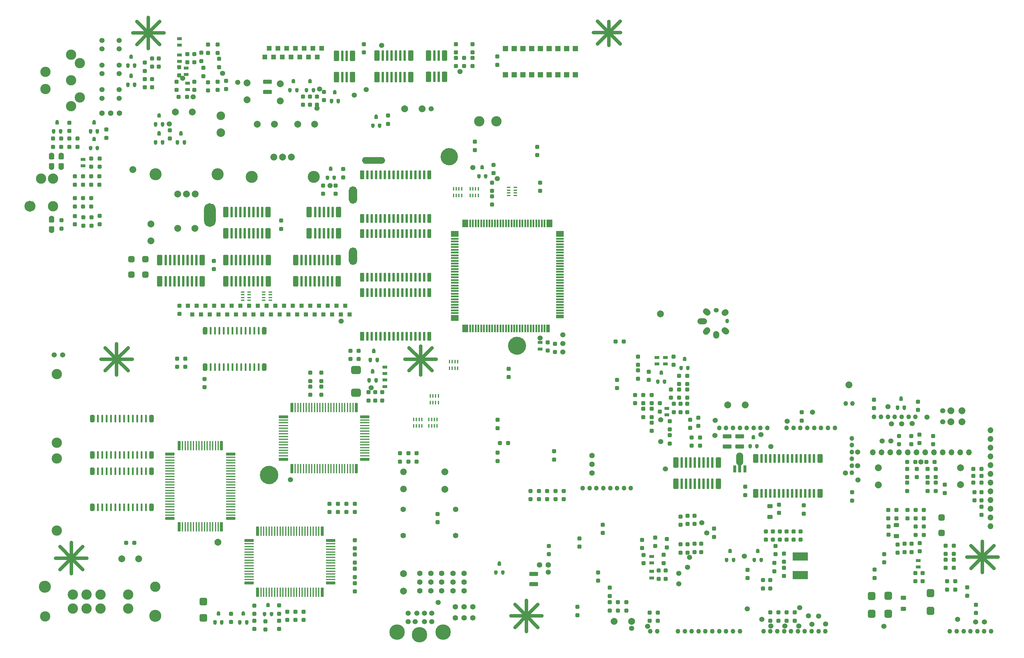
<source format=gbs>
G04 #@! TF.GenerationSoftware,KiCad,Pcbnew,7.0.8*
G04 #@! TF.CreationDate,2023-10-29T14:46:32+01:00*
G04 #@! TF.ProjectId,PCE,5043452e-6b69-4636-9164-5f7063625858,rev?*
G04 #@! TF.SameCoordinates,Original*
G04 #@! TF.FileFunction,Soldermask,Bot*
G04 #@! TF.FilePolarity,Negative*
%FSLAX46Y46*%
G04 Gerber Fmt 4.6, Leading zero omitted, Abs format (unit mm)*
G04 Created by KiCad (PCBNEW 7.0.8) date 2023-10-29 14:46:32*
%MOMM*%
%LPD*%
G01*
G04 APERTURE LIST*
G04 Aperture macros list*
%AMRoundRect*
0 Rectangle with rounded corners*
0 $1 Rounding radius*
0 $2 $3 $4 $5 $6 $7 $8 $9 X,Y pos of 4 corners*
0 Add a 4 corners polygon primitive as box body*
4,1,4,$2,$3,$4,$5,$6,$7,$8,$9,$2,$3,0*
0 Add four circle primitives for the rounded corners*
1,1,$1+$1,$2,$3*
1,1,$1+$1,$4,$5*
1,1,$1+$1,$6,$7*
1,1,$1+$1,$8,$9*
0 Add four rect primitives between the rounded corners*
20,1,$1+$1,$2,$3,$4,$5,0*
20,1,$1+$1,$4,$5,$6,$7,0*
20,1,$1+$1,$6,$7,$8,$9,0*
20,1,$1+$1,$8,$9,$2,$3,0*%
G04 Aperture macros list end*
%ADD10C,2.525000*%
%ADD11C,0.150000*%
%ADD12C,1.000000*%
%ADD13C,1.700000*%
%ADD14C,2.675000*%
%ADD15C,1.750000*%
%ADD16C,1.250000*%
%ADD17C,2.650000*%
%ADD18C,1.620000*%
%ADD19O,1.350000X1.350000*%
%ADD20C,1.600000*%
%ADD21C,1.500000*%
%ADD22C,2.000000*%
%ADD23O,1.700000X1.700000*%
%ADD24C,3.000000*%
%ADD25C,4.500000*%
%ADD26RoundRect,0.070000X0.630000X0.630000X-0.630000X0.630000X-0.630000X-0.630000X0.630000X-0.630000X0*%
%ADD27C,2.500000*%
%ADD28C,3.500000*%
%ADD29R,1.600000X1.600000*%
%ADD30C,1.900000*%
%ADD31RoundRect,0.292682X-0.307318X0.307318X-0.307318X-0.307318X0.307318X-0.307318X0.307318X0.307318X0*%
%ADD32RoundRect,0.292682X0.307318X-0.307318X0.307318X0.307318X-0.307318X0.307318X-0.307318X-0.307318X0*%
%ADD33RoundRect,0.200000X0.300000X-0.300000X0.300000X0.300000X-0.300000X0.300000X-0.300000X-0.300000X0*%
%ADD34C,1.000000*%
%ADD35RoundRect,0.250000X0.250000X-0.250000X0.250000X0.250000X-0.250000X0.250000X-0.250000X-0.250000X0*%
%ADD36RoundRect,0.207500X-0.207500X-1.181875X0.207500X-1.181875X0.207500X1.181875X-0.207500X1.181875X0*%
%ADD37RoundRect,0.103750X-0.103750X-1.285625X0.103750X-1.285625X0.103750X1.285625X-0.103750X1.285625X0*%
%ADD38RoundRect,0.207500X-1.181875X0.207500X-1.181875X-0.207500X1.181875X-0.207500X1.181875X0.207500X0*%
%ADD39RoundRect,0.103750X-1.285625X0.103750X-1.285625X-0.103750X1.285625X-0.103750X1.285625X0.103750X0*%
%ADD40RoundRect,0.150000X0.600000X-1.350000X0.600000X1.350000X-0.600000X1.350000X-0.600000X-1.350000X0*%
%ADD41RoundRect,0.060000X0.240000X-1.440000X0.240000X1.440000X-0.240000X1.440000X-0.240000X-1.440000X0*%
%ADD42R,0.400000X1.100000*%
%ADD43R,1.100000X0.400000*%
%ADD44RoundRect,0.478260X-0.621740X0.671740X-0.621740X-0.671740X0.621740X-0.671740X0.621740X0.671740X0*%
%ADD45RoundRect,0.219512X0.480488X-0.230488X0.480488X0.230488X-0.480488X0.230488X-0.480488X-0.230488X0*%
%ADD46R,0.900000X2.000000*%
%ADD47R,0.900000X2.500000*%
%ADD48RoundRect,1.050000X0.000000X-0.825000X0.000000X0.825000X0.000000X0.825000X0.000000X-0.825000X0*%
%ADD49RoundRect,0.292682X0.307318X0.307318X-0.307318X0.307318X-0.307318X-0.307318X0.307318X-0.307318X0*%
%ADD50RoundRect,0.292682X-0.307318X-0.307318X0.307318X-0.307318X0.307318X0.307318X-0.307318X0.307318X0*%
%ADD51RoundRect,0.060000X0.240000X-1.190000X0.240000X1.190000X-0.240000X1.190000X-0.240000X-1.190000X0*%
%ADD52RoundRect,0.391304X0.508696X-0.508696X0.508696X0.508696X-0.508696X0.508696X-0.508696X-0.508696X0*%
%ADD53RoundRect,0.250000X-0.550000X0.325000X-0.550000X-0.325000X0.550000X-0.325000X0.550000X0.325000X0*%
%ADD54RoundRect,0.326087X-0.473913X0.423913X-0.473913X-0.423913X0.473913X-0.423913X0.473913X0.423913X0*%
%ADD55RoundRect,0.325000X-0.325000X-0.753750X0.325000X-0.753750X0.325000X0.753750X-0.325000X0.753750X0*%
%ADD56RoundRect,0.142500X-0.142500X-0.936250X0.142500X-0.936250X0.142500X0.936250X-0.142500X0.936250X0*%
%ADD57RoundRect,0.250000X1.050000X-0.325000X1.050000X0.325000X-1.050000X0.325000X-1.050000X-0.325000X0*%
%ADD58RoundRect,0.326087X0.473913X-0.423913X0.473913X0.423913X-0.473913X0.423913X-0.473913X-0.423913X0*%
%ADD59RoundRect,0.219512X-0.480488X0.230488X-0.480488X-0.230488X0.480488X-0.230488X0.480488X0.230488X0*%
%ADD60RoundRect,0.151000X-0.604000X1.099000X-0.604000X-1.099000X0.604000X-1.099000X0.604000X1.099000X0*%
%ADD61RoundRect,0.060000X-0.240000X1.190000X-0.240000X-1.190000X0.240000X-1.190000X0.240000X1.190000X0*%
%ADD62RoundRect,0.250000X-1.050000X0.325000X-1.050000X-0.325000X1.050000X-0.325000X1.050000X0.325000X0*%
%ADD63RoundRect,0.478260X-0.621740X0.621740X-0.621740X-0.621740X0.621740X-0.621740X0.621740X0.621740X0*%
%ADD64R,4.400000X2.400000*%
%ADD65R,2.300000X1.750000*%
%ADD66R,2.300000X0.500000*%
%ADD67R,1.750000X2.300000*%
%ADD68R,0.500000X2.300000*%
%ADD69R,2.300000X1.000000*%
%ADD70R,1.000000X2.300000*%
%ADD71RoundRect,0.062500X0.562500X0.562500X-0.562500X0.562500X-0.562500X-0.562500X0.562500X-0.562500X0*%
%ADD72RoundRect,0.207500X0.207500X1.181875X-0.207500X1.181875X-0.207500X-1.181875X0.207500X-1.181875X0*%
%ADD73RoundRect,0.103750X0.103750X1.285625X-0.103750X1.285625X-0.103750X-1.285625X0.103750X-1.285625X0*%
%ADD74RoundRect,0.150000X-0.600000X1.350000X-0.600000X-1.350000X0.600000X-1.350000X0.600000X1.350000X0*%
%ADD75RoundRect,0.060000X-0.240000X1.440000X-0.240000X-1.440000X0.240000X-1.440000X0.240000X1.440000X0*%
%ADD76RoundRect,0.499999X-0.900001X0.650001X-0.900001X-0.650001X0.900001X-0.650001X0.900001X0.650001X0*%
%ADD77RoundRect,0.391304X-0.508696X0.508696X-0.508696X-0.508696X0.508696X-0.508696X0.508696X0.508696X0*%
G04 APERTURE END LIST*
D10*
X192262500Y-82600000D02*
G75*
G03*
X192262500Y-82600000I-1262500J0D01*
G01*
D11*
X119800000Y-97800000D02*
X123050000Y-97800000D01*
X123050000Y-101350000D01*
X119800000Y-101350000D01*
X119800000Y-97800000D01*
G36*
X119800000Y-97800000D02*
G01*
X123050000Y-97800000D01*
X123050000Y-101350000D01*
X119800000Y-101350000D01*
X119800000Y-97800000D01*
G37*
D12*
X179350000Y-144900000D02*
X182675000Y-141575000D01*
X81175000Y-203975000D02*
X81175000Y-194925000D01*
D13*
X122275000Y-97800000D02*
G75*
G03*
X122275000Y-97800000I-850000J0D01*
G01*
D12*
X77850000Y-202775000D02*
X81175000Y-199450000D01*
X81175000Y-199450000D02*
X84500000Y-202775000D01*
X234075000Y-43150000D02*
X237400000Y-46475000D01*
X213425000Y-216275000D02*
X216750000Y-219600000D01*
X210100000Y-212950000D02*
X213425000Y-216275000D01*
X182675000Y-141575000D02*
X186000000Y-144900000D01*
D14*
X139987500Y-175250000D02*
G75*
G03*
X139987500Y-175250000I-1337500J0D01*
G01*
D12*
X91000000Y-144900000D02*
X94325000Y-141575000D01*
X103550000Y-51125000D02*
X103550000Y-42075000D01*
X237400000Y-50200000D02*
X237400000Y-43275000D01*
X84500000Y-196125000D02*
X81175000Y-199450000D01*
X91000000Y-138250000D02*
X94325000Y-141575000D01*
X94325000Y-146100000D02*
X94325000Y-137050000D01*
X186000000Y-138250000D02*
X182675000Y-141575000D01*
D15*
X271030261Y-128044738D02*
X271253805Y-127821194D01*
X263950000Y-130500000D02*
X265000000Y-130500000D01*
D12*
X341450000Y-199125000D02*
X350500000Y-199125000D01*
X210100000Y-219600000D02*
X213425000Y-216275000D01*
D16*
X163650000Y-110250000D02*
G75*
G03*
X163650000Y-110250000I-625000J0D01*
G01*
D12*
X103550000Y-46600000D02*
X106875000Y-49925000D01*
X167125000Y-83675000D02*
G75*
G03*
X167125000Y-83675000I-500000J0D01*
G01*
X94325000Y-141575000D02*
X97650000Y-144900000D01*
X171875000Y-83675000D02*
G75*
G03*
X171875000Y-83675000I-500000J0D01*
G01*
X89800000Y-141575000D02*
X98850000Y-141575000D01*
D15*
X271394738Y-133444739D02*
X271005261Y-133055262D01*
D12*
X208900000Y-216275000D02*
X217950000Y-216275000D01*
X342650000Y-195800000D02*
X345975000Y-199125000D01*
D16*
X268450000Y-127250000D02*
X268650000Y-127250000D01*
D15*
X265555261Y-133519738D02*
X265944738Y-133130261D01*
D16*
X163650000Y-95050000D02*
G75*
G03*
X163650000Y-95050000I-625000J0D01*
G01*
D12*
X97650000Y-138250000D02*
X94325000Y-141575000D01*
X240725000Y-43150000D02*
X237400000Y-46475000D01*
X179350000Y-138250000D02*
X182675000Y-141575000D01*
D15*
X268575000Y-134650000D02*
X268575000Y-134150000D01*
G36*
X166625000Y-82675000D02*
G01*
X171375000Y-82675000D01*
X171375000Y-84675000D01*
X166625000Y-84675000D01*
X166625000Y-82675000D01*
G37*
D12*
X349300000Y-195800000D02*
X345975000Y-199125000D01*
D16*
X163650000Y-92450000D02*
G75*
G03*
X163650000Y-92450000I-625000J0D01*
G01*
D15*
X265969738Y-127944739D02*
X265580261Y-127555262D01*
D12*
X99025000Y-46600000D02*
X108075000Y-46600000D01*
X271725000Y-130525000D02*
X271725000Y-130325000D01*
D17*
X212025000Y-137625000D02*
G75*
G03*
X212025000Y-137625000I-1325000J0D01*
G01*
D12*
X106875000Y-43275000D02*
X103550000Y-46600000D01*
X76650000Y-199450000D02*
X85700000Y-199450000D01*
X100225000Y-43275000D02*
X103550000Y-46600000D01*
X232875000Y-46475000D02*
X240750000Y-46475000D01*
G36*
X161775000Y-110250000D02*
G01*
X164275000Y-110250000D01*
X164275000Y-112850000D01*
X161775000Y-112850000D01*
X161775000Y-110250000D01*
G37*
X345975000Y-199125000D02*
X349300000Y-202450000D01*
X342650000Y-202450000D02*
X345975000Y-199125000D01*
G36*
X161775000Y-92450000D02*
G01*
X164275000Y-92450000D01*
X164275000Y-95050000D01*
X161775000Y-95050000D01*
X161775000Y-92450000D01*
G37*
X77850000Y-196125000D02*
X81175000Y-199450000D01*
X213425000Y-220800000D02*
X213425000Y-211750000D01*
D18*
X69954400Y-97002600D02*
G75*
G03*
X69954400Y-97002600I-810000J0D01*
G01*
D12*
X178150000Y-141575000D02*
X187200000Y-141575000D01*
X100225000Y-49925000D02*
X103550000Y-46600000D01*
X216750000Y-212950000D02*
X213425000Y-216275000D01*
D16*
X163650000Y-112850000D02*
G75*
G03*
X163650000Y-112850000I-625000J0D01*
G01*
D12*
X234075000Y-49800000D02*
X237400000Y-46475000D01*
X237400000Y-46475000D02*
X240725000Y-49800000D01*
X182675000Y-146100000D02*
X182675000Y-137775000D01*
D13*
X122275000Y-101350000D02*
G75*
G03*
X122275000Y-101350000I-850000J0D01*
G01*
D12*
X345975000Y-203650000D02*
X345975000Y-194600000D01*
D19*
X303050000Y-161575000D03*
X301050000Y-161575000D03*
X299050000Y-161575000D03*
X297050000Y-161575000D03*
X295050000Y-161575000D03*
X293050000Y-161575000D03*
X291050000Y-161575000D03*
X289050000Y-161575000D03*
D20*
X192785000Y-213591200D03*
X195325000Y-213591200D03*
X197865000Y-213591200D03*
D21*
X95100000Y-65600000D03*
X90100000Y-65600000D03*
X95100000Y-63100000D03*
X90100000Y-63100000D03*
D20*
X232460800Y-169545000D03*
X232460800Y-172085000D03*
X232460800Y-174625000D03*
D19*
X249450000Y-220700000D03*
X251450000Y-220700000D03*
D21*
X95100000Y-58425000D03*
X90100000Y-58425000D03*
X95100000Y-55925000D03*
X90100000Y-55925000D03*
D19*
X282325000Y-220700000D03*
X284325000Y-220700000D03*
X286325000Y-220700000D03*
X288325000Y-220700000D03*
X290325000Y-220700000D03*
X292325000Y-220700000D03*
X294325000Y-220700000D03*
X296325000Y-220700000D03*
X298325000Y-220700000D03*
X300325000Y-220700000D03*
D20*
X192850000Y-185275000D03*
X177610000Y-185275000D03*
X177610000Y-192895000D03*
X192850000Y-192895000D03*
X182425000Y-208965000D03*
X182425000Y-206425000D03*
X182425000Y-203885000D03*
D22*
X339625000Y-173100000D03*
X339625000Y-178075000D03*
X111375000Y-69575000D03*
X116350000Y-69575000D03*
D21*
X95100000Y-51225000D03*
X90100000Y-51225000D03*
X95100000Y-48725000D03*
X90100000Y-48725000D03*
D23*
X314080000Y-168650000D03*
X316620000Y-168650000D03*
X319160000Y-168650000D03*
X321700000Y-168650000D03*
X324240000Y-168650000D03*
X326780000Y-168650000D03*
X329320000Y-168650000D03*
X331860000Y-168650000D03*
X334400000Y-168650000D03*
X336940000Y-168650000D03*
X339480000Y-168650000D03*
X342020000Y-168650000D03*
D22*
X141875000Y-61400000D03*
X141875000Y-66375000D03*
D20*
X219750000Y-201425000D03*
X217210000Y-201425000D03*
D22*
X123800000Y-194850000D03*
D20*
X185630000Y-208965000D03*
X185630000Y-206425000D03*
X185630000Y-203885000D03*
D19*
X283450000Y-161575000D03*
X281450000Y-161575000D03*
X279450000Y-161575000D03*
X277450000Y-161575000D03*
X275450000Y-161575000D03*
X273450000Y-161575000D03*
X271450000Y-161575000D03*
X269450000Y-161575000D03*
D20*
X192055000Y-208975000D03*
X192055000Y-206435000D03*
X192055000Y-203895000D03*
D24*
X73627600Y-62875800D03*
X73627600Y-57875800D03*
X81127600Y-67875800D03*
X81127600Y-60375800D03*
X81127600Y-52875800D03*
X83627600Y-65375800D03*
X83627600Y-55375800D03*
D19*
X257450000Y-220700000D03*
X259450000Y-220700000D03*
X261450000Y-220700000D03*
X263450000Y-220700000D03*
X265450000Y-220700000D03*
X267450000Y-220700000D03*
X269450000Y-220700000D03*
X271450000Y-220700000D03*
X273450000Y-220700000D03*
X275450000Y-220700000D03*
D22*
X315675000Y-173150000D03*
X315675000Y-178125000D03*
D25*
X189225000Y-220950000D03*
X182375000Y-221700000D03*
X175825000Y-220950000D03*
D21*
X183775000Y-217950000D03*
X181125000Y-217950000D03*
X185875000Y-217950000D03*
X183775000Y-215450000D03*
X179075000Y-217950000D03*
X185875000Y-215450000D03*
X181575000Y-215450000D03*
X179075000Y-215450000D03*
D19*
X336475000Y-220700000D03*
X338475000Y-220700000D03*
X340475000Y-220700000D03*
X342475000Y-220700000D03*
X344475000Y-220700000D03*
X346475000Y-220700000D03*
X348475000Y-220700000D03*
D22*
X189705000Y-174300000D03*
X189705000Y-179380000D03*
X99025000Y-86325000D03*
D26*
X137380000Y-53575000D03*
X138650000Y-51035000D03*
X139920000Y-53575000D03*
X141190000Y-51035000D03*
X142460000Y-53575000D03*
X143730000Y-51035000D03*
X145000000Y-53575000D03*
X146270000Y-51035000D03*
X147540000Y-53575000D03*
X148810000Y-51035000D03*
X150080000Y-53575000D03*
X151350000Y-51035000D03*
X152620000Y-53575000D03*
X153890000Y-51035000D03*
D22*
X135225000Y-73150000D03*
X140200000Y-73150000D03*
X177695000Y-209050000D03*
X177695000Y-203970000D03*
D21*
X76175000Y-140250000D03*
X78675000Y-140250000D03*
D19*
X308000000Y-174550000D03*
X308000000Y-172550000D03*
X308000000Y-170550000D03*
X308000000Y-168550000D03*
X308000000Y-166550000D03*
X308000000Y-164550000D03*
D24*
X76975000Y-165850000D03*
X76975000Y-145850000D03*
D22*
X95786800Y-199675000D03*
X100761800Y-199675000D03*
D24*
X76975000Y-170425000D03*
X76975000Y-191425000D03*
D22*
X336750000Y-156525000D03*
X336750000Y-159775000D03*
X340000000Y-156525000D03*
X340000000Y-159775000D03*
D20*
X95165000Y-69925000D03*
X92625000Y-69925000D03*
X90085000Y-69925000D03*
D19*
X243775000Y-179025000D03*
X241775000Y-179025000D03*
X239775000Y-179025000D03*
X237775000Y-179025000D03*
X235775000Y-179025000D03*
X233775000Y-179025000D03*
X231775000Y-179025000D03*
X229775000Y-179025000D03*
D20*
X188825000Y-208955000D03*
X188825000Y-206415000D03*
X188825000Y-203875000D03*
D24*
X199725000Y-72325000D03*
X204700000Y-72325000D03*
D22*
X183125000Y-68700000D03*
X178045000Y-68700000D03*
D19*
X326475000Y-158325000D03*
X324475000Y-158325000D03*
X322475000Y-158325000D03*
X320475000Y-158325000D03*
X318475000Y-158325000D03*
X316475000Y-158325000D03*
X314475000Y-158325000D03*
D22*
X307175000Y-148975000D03*
D19*
X308200000Y-154425000D03*
X306200000Y-154425000D03*
D21*
X144875000Y-176650000D03*
D22*
X252400000Y-128375000D03*
X271920000Y-154825000D03*
X277000000Y-154825000D03*
X104300000Y-102150000D03*
X104300000Y-107125000D03*
D27*
X124600000Y-70650000D03*
X124600000Y-75625000D03*
D28*
X105580000Y-216265000D03*
D24*
X105580000Y-207795000D03*
X73560000Y-216395000D03*
D28*
X73440000Y-207795000D03*
D24*
X97660000Y-214085000D03*
X97660000Y-210085000D03*
X89610000Y-214085000D03*
X89610000Y-210085000D03*
X85610000Y-214085000D03*
X85610000Y-210085000D03*
X81610000Y-214085000D03*
X81610000Y-210085000D03*
D29*
X207375000Y-58770000D03*
X209915000Y-58770000D03*
X212455000Y-58770000D03*
X214995000Y-58770000D03*
X217535000Y-58770000D03*
X220075000Y-58770000D03*
X222615000Y-58770000D03*
X225155000Y-58770000D03*
X227695000Y-58770000D03*
X227695000Y-51150000D03*
X225155000Y-51150000D03*
X222615000Y-51150000D03*
X220075000Y-51150000D03*
X217535000Y-51150000D03*
X214995000Y-51150000D03*
X212455000Y-51150000D03*
X209915000Y-51150000D03*
X207375000Y-51150000D03*
D20*
X192772800Y-216791600D03*
X195312800Y-216791600D03*
X197852800Y-216791600D03*
D24*
X72344400Y-89002600D03*
X75844400Y-89002600D03*
X75844400Y-97002600D03*
D22*
X112110000Y-93475000D03*
D28*
X123650000Y-87725000D03*
D22*
X114650000Y-93475000D03*
D28*
X105650000Y-87725000D03*
D22*
X117190000Y-93475000D03*
D20*
X195305000Y-208975000D03*
X195305000Y-206435000D03*
X195305000Y-203895000D03*
D21*
X252425000Y-159175000D03*
D22*
X112100000Y-103475000D03*
X117075000Y-103475000D03*
D30*
X177700000Y-179350000D03*
X177700000Y-174350000D03*
D21*
X224050000Y-139450000D03*
X224050000Y-136950000D03*
X224050000Y-134450000D03*
D22*
X145140000Y-82725000D03*
D28*
X133600000Y-88475000D03*
D22*
X142600000Y-82725000D03*
D28*
X151600000Y-88475000D03*
D22*
X140060000Y-82725000D03*
D23*
X348300000Y-162185000D03*
X348300000Y-164725000D03*
X348300000Y-167265000D03*
X348300000Y-169805000D03*
X348300000Y-172345000D03*
X348300000Y-174885000D03*
X348300000Y-177425000D03*
X348300000Y-179965000D03*
X348300000Y-182505000D03*
X348300000Y-185045000D03*
X348300000Y-187585000D03*
X348300000Y-190125000D03*
D22*
X146925000Y-73150000D03*
X151900000Y-73150000D03*
D21*
X252500000Y-165550000D03*
D22*
X132200000Y-61100000D03*
X132200000Y-66075000D03*
X238920000Y-217875000D03*
X244000000Y-217875000D03*
D31*
X152525000Y-65075000D03*
X152525000Y-67475000D03*
X217075000Y-179912500D03*
X217075000Y-182312500D03*
D32*
X161075000Y-186025000D03*
X161075000Y-183625000D03*
D31*
X330050000Y-177475000D03*
X330050000Y-179875000D03*
D33*
X131150000Y-215650000D03*
D34*
X131150000Y-215350000D03*
X132150000Y-218350000D03*
D35*
X132150000Y-218050000D03*
D34*
X130150000Y-218350000D03*
D35*
X130150000Y-218050000D03*
D32*
X242500000Y-214675000D03*
X242500000Y-212275000D03*
X216600000Y-82150000D03*
X216600000Y-79750000D03*
D36*
X135320000Y-191599000D03*
D37*
X136260000Y-191599000D03*
X137060000Y-191599000D03*
X137860000Y-191599000D03*
X138660000Y-191599000D03*
X139460000Y-191599000D03*
X140260000Y-191599000D03*
X141060000Y-191599000D03*
X141860000Y-191599000D03*
X142660000Y-191599000D03*
X143460000Y-191599000D03*
X144260000Y-191599000D03*
X145060000Y-191599000D03*
X145860000Y-191599000D03*
X146660000Y-191599000D03*
X147460000Y-191599000D03*
X148260000Y-191599000D03*
X149060000Y-191599000D03*
X149860000Y-191599000D03*
X150660000Y-191599000D03*
X151460000Y-191599000D03*
X152260000Y-191599000D03*
X153060000Y-191599000D03*
D36*
X154040000Y-191599000D03*
D38*
X156496800Y-194315000D03*
D39*
X156496800Y-195255000D03*
X156496800Y-196055000D03*
X156496800Y-196855000D03*
X156496800Y-197655000D03*
X156496800Y-198455000D03*
X156496800Y-199255000D03*
X156496800Y-200055000D03*
X156496800Y-200855000D03*
X156496800Y-201655000D03*
X156496800Y-202455000D03*
X156496800Y-203255000D03*
X156496800Y-204055000D03*
X156496800Y-204855000D03*
X156496800Y-205655000D03*
D38*
X156496800Y-206655000D03*
D36*
X154040000Y-209360200D03*
D37*
X153060000Y-209360200D03*
X152260000Y-209360200D03*
X151460000Y-209360200D03*
X150660000Y-209360200D03*
X149860000Y-209360200D03*
X149060000Y-209360200D03*
X148260000Y-209360200D03*
X147460000Y-209360200D03*
X146660000Y-209360200D03*
X145860000Y-209360200D03*
X145060000Y-209360200D03*
X144260000Y-209360200D03*
X143460000Y-209360200D03*
X142660000Y-209360200D03*
X141860000Y-209360200D03*
X141060000Y-209360200D03*
X140260000Y-209360200D03*
X139460000Y-209360200D03*
X138660000Y-209360200D03*
X137860000Y-209360200D03*
X137060000Y-209360200D03*
X136260000Y-209360200D03*
D36*
X135320000Y-209360200D03*
D38*
X132868400Y-206655000D03*
D39*
X132868400Y-205655000D03*
X132868400Y-204855000D03*
X132868400Y-204055000D03*
X132868400Y-203255000D03*
X132868400Y-202455000D03*
X132868400Y-201655000D03*
X132868400Y-200855000D03*
X132868400Y-200055000D03*
X132868400Y-199255000D03*
X132868400Y-198455000D03*
X132868400Y-197655000D03*
X132868400Y-196855000D03*
X132868400Y-196055000D03*
X132868400Y-195255000D03*
D38*
X132868400Y-194315000D03*
D21*
X166825000Y-63075000D03*
D40*
X158805000Y-104875000D03*
D41*
X157090000Y-104875000D03*
X155820000Y-104875000D03*
X154550000Y-104875000D03*
X153280000Y-104875000D03*
X152010000Y-104875000D03*
D40*
X150295000Y-104875000D03*
X150295000Y-98675000D03*
D41*
X152010000Y-98675000D03*
X153280000Y-98675000D03*
X154550000Y-98675000D03*
X155820000Y-98675000D03*
X157090000Y-98675000D03*
D40*
X158805000Y-98675000D03*
D33*
X322275000Y-153125000D03*
D34*
X322275000Y-152825000D03*
X323275000Y-155825000D03*
D35*
X323275000Y-155525000D03*
D34*
X321275000Y-155825000D03*
D35*
X321275000Y-155525000D03*
D31*
X249825000Y-159975000D03*
X249825000Y-162375000D03*
X326550000Y-190275000D03*
X326550000Y-192675000D03*
D21*
X185725000Y-68700000D03*
D31*
X192925000Y-53850000D03*
X192925000Y-56250000D03*
X134375000Y-217650000D03*
X134375000Y-220050000D03*
X167550000Y-151150000D03*
X167550000Y-153550000D03*
D32*
X262250000Y-189500000D03*
X262250000Y-187100000D03*
D42*
X193475000Y-144175000D03*
X192675000Y-144175000D03*
X191875000Y-144175000D03*
X191075000Y-144175000D03*
X191075000Y-142275000D03*
X191875000Y-142275000D03*
X192675000Y-142275000D03*
X193475000Y-142275000D03*
D43*
X137075000Y-124375000D03*
X137075000Y-123575000D03*
X137075000Y-122775000D03*
X137075000Y-121975000D03*
X138975000Y-121975000D03*
X138975000Y-122775000D03*
X138975000Y-123575000D03*
X138975000Y-124375000D03*
D31*
X332425000Y-173475000D03*
X332425000Y-175875000D03*
D40*
X189675000Y-59375000D03*
D41*
X187960000Y-59375000D03*
X186690000Y-59375000D03*
D40*
X184975000Y-59375000D03*
X184975000Y-53175000D03*
D41*
X186690000Y-53175000D03*
X187960000Y-53175000D03*
D40*
X189675000Y-53175000D03*
D31*
X163575000Y-198375000D03*
X163575000Y-200775000D03*
X171500000Y-151150000D03*
X171500000Y-153550000D03*
D21*
X322475000Y-160375000D03*
D44*
X313750000Y-210450000D03*
X313750000Y-215650000D03*
D45*
X84575000Y-85275000D03*
X84575000Y-83375000D03*
D31*
X127550000Y-215650000D03*
X127550000Y-218050000D03*
X326500000Y-203800000D03*
X326500000Y-206200000D03*
X321700000Y-163900000D03*
X321700000Y-166300000D03*
D32*
X89400000Y-102250000D03*
X89400000Y-99850000D03*
X325300000Y-166300000D03*
X325300000Y-163900000D03*
D36*
X145295000Y-155599000D03*
D37*
X146235000Y-155599000D03*
X147035000Y-155599000D03*
X147835000Y-155599000D03*
X148635000Y-155599000D03*
X149435000Y-155599000D03*
X150235000Y-155599000D03*
X151035000Y-155599000D03*
X151835000Y-155599000D03*
X152635000Y-155599000D03*
X153435000Y-155599000D03*
X154235000Y-155599000D03*
X155035000Y-155599000D03*
X155835000Y-155599000D03*
X156635000Y-155599000D03*
X157435000Y-155599000D03*
X158235000Y-155599000D03*
X159035000Y-155599000D03*
X159835000Y-155599000D03*
X160635000Y-155599000D03*
X161435000Y-155599000D03*
X162235000Y-155599000D03*
X163035000Y-155599000D03*
D36*
X164015000Y-155599000D03*
D38*
X166471800Y-158315000D03*
D39*
X166471800Y-159255000D03*
X166471800Y-160055000D03*
X166471800Y-160855000D03*
X166471800Y-161655000D03*
X166471800Y-162455000D03*
X166471800Y-163255000D03*
X166471800Y-164055000D03*
X166471800Y-164855000D03*
X166471800Y-165655000D03*
X166471800Y-166455000D03*
X166471800Y-167255000D03*
X166471800Y-168055000D03*
X166471800Y-168855000D03*
X166471800Y-169655000D03*
D38*
X166471800Y-170655000D03*
D36*
X164015000Y-173360200D03*
D37*
X163035000Y-173360200D03*
X162235000Y-173360200D03*
X161435000Y-173360200D03*
X160635000Y-173360200D03*
X159835000Y-173360200D03*
X159035000Y-173360200D03*
X158235000Y-173360200D03*
X157435000Y-173360200D03*
X156635000Y-173360200D03*
X155835000Y-173360200D03*
X155035000Y-173360200D03*
X154235000Y-173360200D03*
X153435000Y-173360200D03*
X152635000Y-173360200D03*
X151835000Y-173360200D03*
X151035000Y-173360200D03*
X150235000Y-173360200D03*
X149435000Y-173360200D03*
X148635000Y-173360200D03*
X147835000Y-173360200D03*
X147035000Y-173360200D03*
X146235000Y-173360200D03*
D36*
X145295000Y-173360200D03*
D38*
X142843400Y-170655000D03*
D39*
X142843400Y-169655000D03*
X142843400Y-168855000D03*
X142843400Y-168055000D03*
X142843400Y-167255000D03*
X142843400Y-166455000D03*
X142843400Y-165655000D03*
X142843400Y-164855000D03*
X142843400Y-164055000D03*
X142843400Y-163255000D03*
X142843400Y-162455000D03*
X142843400Y-161655000D03*
X142843400Y-160855000D03*
X142843400Y-160055000D03*
X142843400Y-159255000D03*
D38*
X142843400Y-158315000D03*
D32*
X260250000Y-189500000D03*
X260250000Y-187100000D03*
D31*
X102550000Y-60000000D03*
X102550000Y-62400000D03*
D21*
X113550000Y-59800000D03*
D33*
X145700000Y-60725000D03*
D34*
X145700000Y-60425000D03*
X146700000Y-63425000D03*
D35*
X146700000Y-63125000D03*
D34*
X144700000Y-63425000D03*
D35*
X144700000Y-63125000D03*
D46*
X276925000Y-173450000D03*
D47*
X275425000Y-173200000D03*
D48*
X275425000Y-170575000D03*
D46*
X273925000Y-173450000D03*
D32*
X294025000Y-186475000D03*
X294025000Y-184075000D03*
D31*
X287070800Y-191662200D03*
X287070800Y-194062200D03*
D32*
X337675000Y-202287500D03*
X337675000Y-199887500D03*
D31*
X335725000Y-206175000D03*
X335725000Y-208575000D03*
D49*
X241750000Y-136425000D03*
X239350000Y-136425000D03*
D32*
X221900000Y-182312500D03*
X221900000Y-179912500D03*
X118900000Y-54750000D03*
X118900000Y-52350000D03*
D31*
X197750000Y-49850000D03*
X197750000Y-52250000D03*
D32*
X237625000Y-210450000D03*
X237625000Y-208050000D03*
D33*
X259375000Y-141575000D03*
D34*
X259375000Y-141275000D03*
X260375000Y-144275000D03*
D35*
X260375000Y-143975000D03*
D34*
X258375000Y-144275000D03*
D35*
X258375000Y-143975000D03*
D32*
X78200000Y-79725000D03*
X78200000Y-77325000D03*
D49*
X345675000Y-173475000D03*
X343275000Y-173475000D03*
D50*
X324075000Y-171475000D03*
X326475000Y-171475000D03*
D21*
X109625000Y-73075000D03*
D31*
X261450000Y-164300000D03*
X261450000Y-166700000D03*
D32*
X89350000Y-90725000D03*
X89350000Y-88325000D03*
X142175000Y-103600000D03*
X142175000Y-101200000D03*
X251875000Y-205450000D03*
X251875000Y-203050000D03*
D33*
X87750000Y-77575000D03*
D34*
X87750000Y-77275000D03*
X88750000Y-80275000D03*
D35*
X88750000Y-79975000D03*
D34*
X86750000Y-80275000D03*
D35*
X86750000Y-79975000D03*
D21*
X277622000Y-214223600D03*
D32*
X235650000Y-192100000D03*
X235650000Y-189700000D03*
D21*
X197850000Y-85800000D03*
D31*
X326875000Y-173475000D03*
X326875000Y-175875000D03*
D32*
X89375000Y-85525000D03*
X89375000Y-83125000D03*
X318675000Y-192650000D03*
X318675000Y-190250000D03*
D21*
X264400000Y-189100000D03*
D32*
X146325000Y-217425000D03*
X146325000Y-215025000D03*
D21*
X319475000Y-160375000D03*
D32*
X288264600Y-200482200D03*
X288264600Y-198082200D03*
D42*
X194625000Y-93875000D03*
X193825000Y-93875000D03*
X193025000Y-93875000D03*
X192225000Y-93875000D03*
X192225000Y-91975000D03*
X193025000Y-91975000D03*
X193825000Y-91975000D03*
X194625000Y-91975000D03*
D32*
X249825000Y-154375000D03*
X249825000Y-151975000D03*
X86975000Y-90725000D03*
X86975000Y-88325000D03*
D51*
X184950000Y-100550000D03*
X185425000Y-100550000D03*
X183680000Y-100550000D03*
X182410000Y-100550000D03*
X181140000Y-100550000D03*
X179870000Y-100550000D03*
X178600000Y-100550000D03*
X177330000Y-100550000D03*
X176060000Y-100550000D03*
X174790000Y-100550000D03*
X173520000Y-100550000D03*
X172250000Y-100550000D03*
X170980000Y-100550000D03*
X169710000Y-100550000D03*
X168440000Y-100550000D03*
X167170000Y-100550000D03*
X165425000Y-100550000D03*
X165900000Y-100550000D03*
X165425000Y-87850000D03*
X165900000Y-87850000D03*
X167170000Y-87850000D03*
X168440000Y-87850000D03*
X169710000Y-87850000D03*
X170980000Y-87850000D03*
X172250000Y-87850000D03*
X173520000Y-87850000D03*
X174790000Y-87850000D03*
X176060000Y-87850000D03*
X177330000Y-87850000D03*
X178600000Y-87850000D03*
X179870000Y-87850000D03*
X181140000Y-87850000D03*
X182410000Y-87850000D03*
X183680000Y-87850000D03*
X184950000Y-87850000D03*
X185425000Y-87850000D03*
D32*
X286689800Y-217658800D03*
X286689800Y-215258800D03*
X234275000Y-206000000D03*
X234275000Y-203600000D03*
X255425000Y-152775000D03*
X255425000Y-150375000D03*
D31*
X120925000Y-60950000D03*
X120925000Y-63350000D03*
X330050000Y-173475000D03*
X330050000Y-175875000D03*
D21*
X346550000Y-217975000D03*
D32*
X150525000Y-67475000D03*
X150525000Y-65075000D03*
D31*
X256275000Y-154550000D03*
X256275000Y-156950000D03*
D44*
X330900000Y-209625000D03*
X330900000Y-214825000D03*
D32*
X84625000Y-102675000D03*
X84625000Y-100275000D03*
D31*
X344100000Y-213000000D03*
X344100000Y-215400000D03*
D21*
X171350000Y-50175000D03*
D31*
X163575000Y-202550000D03*
X163575000Y-204950000D03*
D21*
X325525000Y-160300000D03*
D52*
X98600000Y-116925000D03*
X98600000Y-112425000D03*
D21*
X338725000Y-217225000D03*
D32*
X289052000Y-217658800D03*
X289052000Y-215258800D03*
D31*
X169525000Y-151150000D03*
X169525000Y-153550000D03*
D53*
X322950000Y-211000000D03*
X322950000Y-214200000D03*
D21*
X219750000Y-203500000D03*
D32*
X228850000Y-196075000D03*
X228850000Y-193675000D03*
D31*
X237625000Y-212275000D03*
X237625000Y-214675000D03*
D32*
X317375000Y-200675000D03*
X317375000Y-198275000D03*
D20*
X78206600Y-82197000D03*
D54*
X78206600Y-82647000D03*
X78206600Y-85247000D03*
D20*
X78206600Y-85697000D03*
D31*
X176700000Y-168929200D03*
X176700000Y-171329200D03*
D51*
X184950000Y-117675000D03*
X185425000Y-117675000D03*
X183680000Y-117675000D03*
X182410000Y-117675000D03*
X181140000Y-117675000D03*
X179870000Y-117675000D03*
X178600000Y-117675000D03*
X177330000Y-117675000D03*
X176060000Y-117675000D03*
X174790000Y-117675000D03*
X173520000Y-117675000D03*
X172250000Y-117675000D03*
X170980000Y-117675000D03*
X169710000Y-117675000D03*
X168440000Y-117675000D03*
X167170000Y-117675000D03*
X165425000Y-117675000D03*
X165900000Y-117675000D03*
X165425000Y-104975000D03*
X165900000Y-104975000D03*
X167170000Y-104975000D03*
X168440000Y-104975000D03*
X169710000Y-104975000D03*
X170980000Y-104975000D03*
X172250000Y-104975000D03*
X173520000Y-104975000D03*
X174790000Y-104975000D03*
X176060000Y-104975000D03*
X177330000Y-104975000D03*
X178600000Y-104975000D03*
X179870000Y-104975000D03*
X181140000Y-104975000D03*
X182410000Y-104975000D03*
X183680000Y-104975000D03*
X184950000Y-104975000D03*
X185425000Y-104975000D03*
D31*
X328950000Y-185450000D03*
X328950000Y-187850000D03*
X285064200Y-191662200D03*
X285064200Y-194062200D03*
X260200000Y-146375000D03*
X260200000Y-148775000D03*
D55*
X87269600Y-174116800D03*
D56*
X88860000Y-174115550D03*
X90130000Y-174115550D03*
X91400000Y-174115550D03*
X92670000Y-174115550D03*
X93940000Y-174115550D03*
X95210000Y-174115550D03*
X96480000Y-174115550D03*
X97750000Y-174115550D03*
X99020000Y-174115550D03*
X100290000Y-174115550D03*
X101560000Y-174115550D03*
X102830000Y-174115550D03*
D55*
X104465400Y-174116800D03*
X104465400Y-184683200D03*
D56*
X102830000Y-184681950D03*
X101560000Y-184681950D03*
X100290000Y-184681950D03*
X99020000Y-184681950D03*
X97750000Y-184681950D03*
X96480000Y-184681950D03*
X95210000Y-184681950D03*
X93940000Y-184681950D03*
X92670000Y-184681950D03*
X91400000Y-184681950D03*
X90130000Y-184681950D03*
X88860000Y-184681950D03*
D55*
X87269600Y-184683200D03*
D33*
X168700000Y-145175000D03*
D34*
X168700000Y-144875000D03*
X169700000Y-147875000D03*
D35*
X169700000Y-147575000D03*
D34*
X167700000Y-147875000D03*
D35*
X167700000Y-147575000D03*
D31*
X214650000Y-179912500D03*
X214650000Y-182312500D03*
D50*
X112375000Y-65175000D03*
X114775000Y-65175000D03*
D32*
X205075000Y-171150000D03*
X205075000Y-168750000D03*
D43*
X210200000Y-91525000D03*
X210200000Y-92325000D03*
X210200000Y-93125000D03*
X210200000Y-93925000D03*
X208300000Y-93925000D03*
X208300000Y-93125000D03*
X208300000Y-92325000D03*
X208300000Y-91525000D03*
D21*
X156325000Y-90975000D03*
X187775000Y-212300000D03*
X217450000Y-135350000D03*
D33*
X106650000Y-75925000D03*
D34*
X106650000Y-75625000D03*
X107650000Y-78625000D03*
D35*
X107650000Y-78325000D03*
D34*
X105650000Y-78625000D03*
D35*
X105650000Y-78325000D03*
D32*
X82925000Y-79725000D03*
X82925000Y-77325000D03*
D21*
X306175000Y-174700000D03*
D31*
X264250000Y-195275000D03*
X264250000Y-197675000D03*
D21*
X276783800Y-198882000D03*
D33*
X98575000Y-53600000D03*
D34*
X98575000Y-53300000D03*
X99575000Y-56300000D03*
D35*
X99575000Y-56000000D03*
D34*
X97575000Y-56300000D03*
D35*
X97575000Y-56000000D03*
D32*
X253875000Y-205450000D03*
X253875000Y-203050000D03*
D31*
X258250000Y-195425000D03*
X258250000Y-197825000D03*
D21*
X268175000Y-163750000D03*
D32*
X153800000Y-147875000D03*
X153800000Y-145475000D03*
X221700000Y-139450000D03*
X221700000Y-137050000D03*
D50*
X343275000Y-175475000D03*
X345675000Y-175475000D03*
D33*
X150525000Y-60725000D03*
D34*
X150525000Y-60425000D03*
X151525000Y-63425000D03*
D35*
X151525000Y-63125000D03*
D34*
X149525000Y-63425000D03*
D35*
X149525000Y-63125000D03*
D21*
X129525000Y-60950000D03*
D32*
X208275000Y-146750000D03*
X208275000Y-144350000D03*
D21*
X260250000Y-202100000D03*
X343950000Y-217975000D03*
X309725000Y-168550000D03*
D52*
X102650000Y-116925000D03*
X102650000Y-112425000D03*
D32*
X87025000Y-102675000D03*
X87025000Y-100275000D03*
D43*
X130925000Y-124375000D03*
X130925000Y-123575000D03*
X130925000Y-122775000D03*
X130925000Y-121975000D03*
X132825000Y-121975000D03*
X132825000Y-122775000D03*
X132825000Y-123575000D03*
X132825000Y-124375000D03*
D32*
X328550000Y-206200000D03*
X328550000Y-203800000D03*
D31*
X335300000Y-199887500D03*
X335300000Y-202287500D03*
X120925000Y-49975000D03*
X120925000Y-52375000D03*
X153800000Y-149475000D03*
X153800000Y-151875000D03*
D40*
X179790000Y-59400000D03*
D41*
X178075000Y-59400000D03*
X176805000Y-59400000D03*
X175535000Y-59400000D03*
X174265000Y-59400000D03*
X172995000Y-59400000D03*
X171725000Y-59400000D03*
D40*
X170010000Y-59400000D03*
X170010000Y-53200000D03*
D41*
X171725000Y-53200000D03*
X172995000Y-53200000D03*
X174265000Y-53200000D03*
X175535000Y-53200000D03*
X176805000Y-53200000D03*
X178075000Y-53200000D03*
D40*
X179790000Y-53200000D03*
D32*
X341525000Y-210375000D03*
X341525000Y-207975000D03*
X256175000Y-143175000D03*
X256175000Y-140775000D03*
X163525000Y-186025000D03*
X163525000Y-183625000D03*
D57*
X275375000Y-166975000D03*
X275375000Y-164025000D03*
D20*
X75412600Y-104056600D03*
D58*
X75412600Y-103606600D03*
X75412600Y-101006600D03*
D20*
X75412600Y-100556600D03*
D31*
X124100000Y-54125000D03*
X124100000Y-56525000D03*
D21*
X159600000Y-130500000D03*
D33*
X156575000Y-86200000D03*
D34*
X156575000Y-85900000D03*
X157575000Y-88900000D03*
D35*
X157575000Y-88600000D03*
D34*
X155575000Y-88900000D03*
D35*
X155575000Y-88600000D03*
D31*
X293090600Y-191662200D03*
X293090600Y-194062200D03*
X314475000Y-153350000D03*
X314475000Y-155750000D03*
D21*
X244000000Y-219900000D03*
D32*
X327250000Y-156300000D03*
X327250000Y-153900000D03*
D31*
X104600000Y-53975000D03*
X104600000Y-56375000D03*
D45*
X327300000Y-202025000D03*
X327300000Y-200125000D03*
D59*
X254225000Y-155825000D03*
X254225000Y-157725000D03*
D55*
X120039600Y-133259850D03*
D56*
X121630000Y-133258600D03*
X122900000Y-133258600D03*
X124170000Y-133258600D03*
X125440000Y-133258600D03*
X126710000Y-133258600D03*
X127980000Y-133258600D03*
X129250000Y-133258600D03*
X130520000Y-133258600D03*
X131790000Y-133258600D03*
X133060000Y-133258600D03*
X134330000Y-133258600D03*
X135600000Y-133258600D03*
D55*
X137235400Y-133259850D03*
X137235400Y-143826250D03*
D56*
X135600000Y-143825000D03*
X134330000Y-143825000D03*
X133060000Y-143825000D03*
X131790000Y-143825000D03*
X130520000Y-143825000D03*
X129250000Y-143825000D03*
X127980000Y-143825000D03*
X126710000Y-143825000D03*
X125440000Y-143825000D03*
X124170000Y-143825000D03*
X122900000Y-143825000D03*
X121630000Y-143825000D03*
D55*
X120039600Y-143826250D03*
D21*
X309775000Y-176675000D03*
D32*
X141550000Y-215600000D03*
X141550000Y-213200000D03*
D40*
X138360000Y-104875000D03*
D41*
X136645000Y-104875000D03*
X135375000Y-104875000D03*
X134105000Y-104875000D03*
X132835000Y-104875000D03*
X131565000Y-104875000D03*
X130295000Y-104875000D03*
X129025000Y-104875000D03*
X127755000Y-104875000D03*
D40*
X126040000Y-104875000D03*
X126040000Y-98675000D03*
D41*
X127755000Y-98675000D03*
X129025000Y-98675000D03*
X130295000Y-98675000D03*
X131565000Y-98675000D03*
X132835000Y-98675000D03*
X134105000Y-98675000D03*
X135375000Y-98675000D03*
X136645000Y-98675000D03*
D40*
X138360000Y-98675000D03*
D31*
X114900000Y-52750000D03*
X114900000Y-55150000D03*
D32*
X82175000Y-90725000D03*
X82175000Y-88325000D03*
X143925000Y-217425000D03*
X143925000Y-215025000D03*
D51*
X184950000Y-134850000D03*
X185425000Y-134850000D03*
X183680000Y-134850000D03*
X182410000Y-134850000D03*
X181140000Y-134850000D03*
X179870000Y-134850000D03*
X178600000Y-134850000D03*
X177330000Y-134850000D03*
X176060000Y-134850000D03*
X174790000Y-134850000D03*
X173520000Y-134850000D03*
X172250000Y-134850000D03*
X170980000Y-134850000D03*
X169710000Y-134850000D03*
X168440000Y-134850000D03*
X167170000Y-134850000D03*
X165425000Y-134850000D03*
X165900000Y-134850000D03*
X165425000Y-122150000D03*
X165900000Y-122150000D03*
X167170000Y-122150000D03*
X168440000Y-122150000D03*
X169710000Y-122150000D03*
X170980000Y-122150000D03*
X172250000Y-122150000D03*
X173520000Y-122150000D03*
X174790000Y-122150000D03*
X176060000Y-122150000D03*
X177330000Y-122150000D03*
X178600000Y-122150000D03*
X179870000Y-122150000D03*
X181140000Y-122150000D03*
X182410000Y-122150000D03*
X183680000Y-122150000D03*
X184950000Y-122150000D03*
X185425000Y-122150000D03*
D32*
X249000000Y-147575000D03*
X249000000Y-145175000D03*
D31*
X109825000Y-74900000D03*
X109825000Y-77300000D03*
D32*
X156225000Y-186025000D03*
X156225000Y-183625000D03*
D31*
X261000000Y-159150000D03*
X261000000Y-161550000D03*
D32*
X166225000Y-52275000D03*
X166225000Y-49875000D03*
X154325000Y-93375000D03*
X154325000Y-90975000D03*
X179100000Y-171329200D03*
X179100000Y-168929200D03*
D45*
X114950000Y-63100000D03*
X114950000Y-61200000D03*
D31*
X114274600Y-141370200D03*
X114274600Y-143770200D03*
X284276800Y-205835400D03*
X284276800Y-208235400D03*
D53*
X284250000Y-184275000D03*
X284250000Y-187475000D03*
D21*
X153300000Y-62900000D03*
D31*
X228275000Y-213625000D03*
X228275000Y-216025000D03*
D32*
X255050000Y-161975000D03*
X255050000Y-159575000D03*
D31*
X123725000Y-60750000D03*
X123725000Y-63150000D03*
D55*
X87275577Y-158866800D03*
D56*
X88865977Y-158865550D03*
X90135977Y-158865550D03*
X91405977Y-158865550D03*
X92675977Y-158865550D03*
X93945977Y-158865550D03*
X95215977Y-158865550D03*
X96485977Y-158865550D03*
X97755977Y-158865550D03*
X99025977Y-158865550D03*
X100295977Y-158865550D03*
X101565977Y-158865550D03*
X102835977Y-158865550D03*
D55*
X104471377Y-158866800D03*
X104471377Y-169433200D03*
D56*
X102835977Y-169431950D03*
X101565977Y-169431950D03*
X100295977Y-169431950D03*
X99025977Y-169431950D03*
X97755977Y-169431950D03*
X96485977Y-169431950D03*
X95215977Y-169431950D03*
X93945977Y-169431950D03*
X92675977Y-169431950D03*
X91405977Y-169431950D03*
X90135977Y-169431950D03*
X88865977Y-169431950D03*
D55*
X87275577Y-169433200D03*
D20*
X75412600Y-82197000D03*
D54*
X75412600Y-82647000D03*
X75412600Y-85247000D03*
D20*
X75412600Y-85697000D03*
D33*
X279425000Y-164350000D03*
D34*
X279425000Y-164050000D03*
X280425000Y-167050000D03*
D35*
X280425000Y-166750000D03*
D34*
X278425000Y-167050000D03*
D35*
X278425000Y-166750000D03*
D21*
X296550000Y-156950000D03*
D31*
X240000000Y-212275000D03*
X240000000Y-214675000D03*
X195350000Y-53850000D03*
X195350000Y-56250000D03*
X78308200Y-101106600D03*
X78308200Y-103506600D03*
X343625000Y-180250000D03*
X343625000Y-182650000D03*
D60*
X280055000Y-170470000D03*
D61*
X281780000Y-170470000D03*
X283050000Y-170470000D03*
X284320000Y-170470000D03*
X285590000Y-170470000D03*
X286860000Y-170470000D03*
X288130000Y-170470000D03*
X289400000Y-170470000D03*
X290670000Y-170470000D03*
X291940000Y-170470000D03*
X293210000Y-170470000D03*
X294480000Y-170470000D03*
X295750000Y-170470000D03*
X297020000Y-170470000D03*
D60*
X298740000Y-170470000D03*
X298740000Y-180630000D03*
D61*
X297020000Y-180630000D03*
X295750000Y-180630000D03*
X294480000Y-180630000D03*
X293210000Y-180630000D03*
X291940000Y-180630000D03*
X290670000Y-180630000D03*
X289400000Y-180630000D03*
X288130000Y-180630000D03*
X286860000Y-180630000D03*
X285590000Y-180630000D03*
X284320000Y-180630000D03*
X283050000Y-180630000D03*
X281780000Y-180630000D03*
D60*
X280055000Y-180630000D03*
D31*
X345675000Y-180250000D03*
X345675000Y-182650000D03*
D32*
X285851600Y-198278600D03*
X285851600Y-195878600D03*
D33*
X169075000Y-139275000D03*
D34*
X169075000Y-138975000D03*
X170075000Y-141975000D03*
D35*
X170075000Y-141675000D03*
D34*
X168075000Y-141975000D03*
D35*
X168075000Y-141675000D03*
D31*
X257800000Y-146375000D03*
X257800000Y-148775000D03*
X345675000Y-184450000D03*
X345675000Y-186850000D03*
D32*
X245825000Y-143175000D03*
X245825000Y-140775000D03*
D33*
X157750000Y-63925000D03*
D34*
X157750000Y-63625000D03*
X158750000Y-66625000D03*
D35*
X158750000Y-66325000D03*
D34*
X156750000Y-66625000D03*
D35*
X156750000Y-66325000D03*
D33*
X123900000Y-215650000D03*
D34*
X123900000Y-215350000D03*
X124900000Y-218350000D03*
D35*
X124900000Y-218050000D03*
D34*
X122900000Y-218350000D03*
D35*
X122900000Y-218050000D03*
D31*
X173175000Y-70625000D03*
X173175000Y-73025000D03*
X247400000Y-151975000D03*
X247400000Y-154375000D03*
X318575000Y-185450000D03*
X318575000Y-187850000D03*
D32*
X249225000Y-217700000D03*
X249225000Y-215300000D03*
D40*
X119185000Y-118875000D03*
D41*
X117470000Y-118875000D03*
X116200000Y-118875000D03*
X114930000Y-118875000D03*
X113660000Y-118875000D03*
X112390000Y-118875000D03*
X111120000Y-118875000D03*
X109850000Y-118875000D03*
X108580000Y-118875000D03*
D40*
X106865000Y-118875000D03*
X106865000Y-112675000D03*
D41*
X108580000Y-112675000D03*
X109850000Y-112675000D03*
X111120000Y-112675000D03*
X112390000Y-112675000D03*
X113660000Y-112675000D03*
X114930000Y-112675000D03*
X116200000Y-112675000D03*
X117470000Y-112675000D03*
D40*
X119185000Y-112675000D03*
D31*
X260175000Y-154550000D03*
X260175000Y-156950000D03*
D32*
X258250000Y-189725000D03*
X258250000Y-187325000D03*
D21*
X116600000Y-65175000D03*
D33*
X252600000Y-145575000D03*
D34*
X252600000Y-145275000D03*
X253600000Y-148275000D03*
D35*
X253600000Y-147975000D03*
D34*
X251600000Y-148275000D03*
D35*
X251600000Y-147975000D03*
D45*
X251375000Y-142925000D03*
X251375000Y-141025000D03*
D32*
X291084000Y-194062200D03*
X291084000Y-191662200D03*
D21*
X260825000Y-199200000D03*
D31*
X332425000Y-177475000D03*
X332425000Y-179875000D03*
X239725000Y-147575000D03*
X239725000Y-149975000D03*
D32*
X250825000Y-195900000D03*
X250825000Y-193500000D03*
D49*
X208100000Y-165950000D03*
X205700000Y-165950000D03*
D31*
X255050000Y-163675000D03*
X255050000Y-166075000D03*
D32*
X82225000Y-97075000D03*
X82225000Y-94675000D03*
X254275000Y-196300000D03*
X254275000Y-193900000D03*
X308125000Y-182675000D03*
X308125000Y-180275000D03*
D62*
X215587750Y-204025000D03*
X215587750Y-206975000D03*
D40*
X138385000Y-118875000D03*
D41*
X136670000Y-118875000D03*
X135400000Y-118875000D03*
X134130000Y-118875000D03*
X132860000Y-118875000D03*
X131590000Y-118875000D03*
X130320000Y-118875000D03*
X129050000Y-118875000D03*
X127780000Y-118875000D03*
D40*
X126065000Y-118875000D03*
X126065000Y-112675000D03*
D41*
X127780000Y-112675000D03*
X129050000Y-112675000D03*
X130320000Y-112675000D03*
X131590000Y-112675000D03*
X132860000Y-112675000D03*
X134130000Y-112675000D03*
X135400000Y-112675000D03*
X136670000Y-112675000D03*
D40*
X138385000Y-112675000D03*
D21*
X334450000Y-159775000D03*
D32*
X314600000Y-205200000D03*
X314600000Y-202800000D03*
D31*
X164700000Y-139075000D03*
X164700000Y-141475000D03*
D33*
X87750000Y-72725000D03*
D34*
X87750000Y-72425000D03*
X88750000Y-75425000D03*
D35*
X88750000Y-75125000D03*
D34*
X86750000Y-75425000D03*
D35*
X86750000Y-75125000D03*
D31*
X263425000Y-158575000D03*
X263425000Y-160975000D03*
D21*
X281863800Y-217246200D03*
X296367200Y-218668600D03*
D63*
X119550000Y-212050000D03*
X119550000Y-216850000D03*
D32*
X148650000Y-217425000D03*
X148650000Y-215025000D03*
D31*
X326575000Y-185450000D03*
X326575000Y-187850000D03*
D32*
X203425000Y-92550000D03*
X203425000Y-90150000D03*
X116950000Y-63175000D03*
X116950000Y-60775000D03*
D59*
X172275000Y-143825000D03*
X172275000Y-145725000D03*
D64*
X293039800Y-198943000D03*
X293039800Y-204343000D03*
D21*
X284500000Y-166925000D03*
D31*
X258225000Y-154550000D03*
X258225000Y-156950000D03*
X324100000Y-177475000D03*
X324100000Y-179875000D03*
D21*
X292836600Y-213842600D03*
D31*
X116900000Y-52750000D03*
X116900000Y-55150000D03*
D21*
X300355000Y-218592400D03*
D59*
X253800000Y-141025000D03*
X253800000Y-142925000D03*
D21*
X292633400Y-219227400D03*
D32*
X251650000Y-217700000D03*
X251650000Y-215300000D03*
X203825000Y-87400000D03*
X203825000Y-85000000D03*
X284302200Y-217658800D03*
X284302200Y-215258800D03*
D42*
X183050000Y-160975000D03*
X182250000Y-160975000D03*
X181450000Y-160975000D03*
X180650000Y-160975000D03*
X180650000Y-159075000D03*
X181450000Y-159075000D03*
X182250000Y-159075000D03*
X183050000Y-159075000D03*
D32*
X158650000Y-186025000D03*
X158650000Y-183625000D03*
D42*
X187850000Y-154150000D03*
X187050000Y-154150000D03*
X186250000Y-154150000D03*
X185450000Y-154150000D03*
X185450000Y-152250000D03*
X186250000Y-152250000D03*
X187050000Y-152250000D03*
X187850000Y-152250000D03*
D65*
X192575000Y-129525000D03*
D66*
X192575000Y-128100000D03*
X192575000Y-127300000D03*
X192575000Y-126500000D03*
X192575000Y-125700000D03*
X192575000Y-124900000D03*
X192575000Y-124100000D03*
X192575000Y-123300000D03*
X192575000Y-122500000D03*
X192575000Y-121700000D03*
X192575000Y-120900000D03*
X192575000Y-120100000D03*
X192575000Y-119300000D03*
X192575000Y-118500000D03*
X192575000Y-117700000D03*
X192575000Y-116900000D03*
X192575000Y-116100000D03*
X192575000Y-115300000D03*
X192575000Y-114500000D03*
X192575000Y-113700000D03*
X192575000Y-112900000D03*
X192575000Y-112100000D03*
X192575000Y-111300000D03*
X192575000Y-110500000D03*
X192575000Y-109700000D03*
X192575000Y-108900000D03*
X192575000Y-108100000D03*
X192575000Y-107300000D03*
X192575000Y-106500000D03*
D65*
X192575000Y-105075000D03*
D67*
X195650000Y-102000000D03*
D68*
X197075000Y-102000000D03*
X197875000Y-102000000D03*
X198675000Y-102000000D03*
X199475000Y-102000000D03*
X200275000Y-102000000D03*
X201075000Y-102000000D03*
X201875000Y-102000000D03*
X202675000Y-102000000D03*
X203475000Y-102000000D03*
X204275000Y-102000000D03*
X205075000Y-102000000D03*
X205875000Y-102000000D03*
X206675000Y-102000000D03*
X207475000Y-102000000D03*
X208275000Y-102000000D03*
X209075000Y-102000000D03*
X209875000Y-102000000D03*
X210675000Y-102000000D03*
X211475000Y-102000000D03*
X212275000Y-102000000D03*
X213075000Y-102000000D03*
X213875000Y-102000000D03*
X214675000Y-102000000D03*
X215475000Y-102000000D03*
X216275000Y-102000000D03*
X217075000Y-102000000D03*
X217875000Y-102000000D03*
X218675000Y-102000000D03*
D67*
X220100000Y-102000000D03*
D65*
X223175000Y-105075000D03*
D66*
X223175000Y-106500000D03*
X223175000Y-107300000D03*
X223175000Y-108100000D03*
X223175000Y-108900000D03*
X223175000Y-109700000D03*
X223175000Y-110500000D03*
X223175000Y-111300000D03*
X223175000Y-112100000D03*
X223175000Y-112900000D03*
X223175000Y-113700000D03*
X223175000Y-114500000D03*
X223175000Y-115300000D03*
X223175000Y-116100000D03*
X223175000Y-116900000D03*
X223175000Y-117700000D03*
X223175000Y-118500000D03*
X223175000Y-119300000D03*
X223175000Y-120100000D03*
X223175000Y-120900000D03*
X223175000Y-121700000D03*
X223175000Y-122500000D03*
X223175000Y-123300000D03*
X223175000Y-124100000D03*
X223175000Y-124900000D03*
X223175000Y-125700000D03*
X223175000Y-126500000D03*
X223175000Y-127300000D03*
X223175000Y-128100000D03*
D69*
X223175000Y-129150000D03*
D70*
X219725000Y-132600000D03*
D68*
X218675000Y-132600000D03*
X217875000Y-132600000D03*
X217075000Y-132600000D03*
X216275000Y-132600000D03*
X215475000Y-132600000D03*
X214675000Y-132600000D03*
X213875000Y-132600000D03*
X213075000Y-132600000D03*
X212275000Y-132600000D03*
X211475000Y-132600000D03*
X210675000Y-132600000D03*
X209875000Y-132600000D03*
X209075000Y-132600000D03*
X208275000Y-132600000D03*
X207475000Y-132600000D03*
X206675000Y-132600000D03*
X205875000Y-132600000D03*
X205075000Y-132600000D03*
X204275000Y-132600000D03*
X203475000Y-132600000D03*
X202675000Y-132600000D03*
X201875000Y-132600000D03*
X201075000Y-132600000D03*
X200275000Y-132600000D03*
X199475000Y-132600000D03*
X198675000Y-132600000D03*
X197875000Y-132600000D03*
X197075000Y-132600000D03*
D67*
X195650000Y-132600000D03*
D31*
X219475000Y-179912500D03*
X219475000Y-182312500D03*
D32*
X331650000Y-166275000D03*
X331650000Y-163875000D03*
D31*
X283057600Y-191662200D03*
X283057600Y-194062200D03*
D71*
X115070000Y-125985000D03*
X116340000Y-128525000D03*
X117610000Y-125985000D03*
X118880000Y-128525000D03*
X120150000Y-125985000D03*
X121420000Y-128525000D03*
X122690000Y-125985000D03*
X123960000Y-128525000D03*
X125230000Y-125985000D03*
X126500000Y-128525000D03*
X127770000Y-125985000D03*
X129040000Y-128525000D03*
X130310000Y-125985000D03*
X131580000Y-128525000D03*
X132850000Y-125985000D03*
X134120000Y-128525000D03*
X135390000Y-125985000D03*
X136660000Y-128525000D03*
X137930000Y-125985000D03*
X139200000Y-128525000D03*
X140470000Y-125985000D03*
X141740000Y-128525000D03*
X143010000Y-125985000D03*
X144280000Y-128525000D03*
X145550000Y-125985000D03*
X146820000Y-128525000D03*
X148090000Y-125985000D03*
X149360000Y-128525000D03*
X150630000Y-125985000D03*
X151900000Y-128525000D03*
X153170000Y-125985000D03*
X154440000Y-128525000D03*
X155710000Y-125985000D03*
X156980000Y-128525000D03*
X158250000Y-125985000D03*
X159520000Y-128525000D03*
X160790000Y-125985000D03*
X162060000Y-128525000D03*
D31*
X335025000Y-178075000D03*
X335025000Y-180475000D03*
D21*
X168325000Y-149850000D03*
X284480000Y-219202000D03*
D32*
X134375000Y-215650000D03*
X134375000Y-213250000D03*
X86975000Y-97075000D03*
X86975000Y-94675000D03*
X160175000Y-88625000D03*
X160175000Y-86225000D03*
X91350000Y-77100000D03*
X91350000Y-74700000D03*
D21*
X289225000Y-159550000D03*
D31*
X224275000Y-179912500D03*
X224275000Y-182312500D03*
X244975000Y-151975000D03*
X244975000Y-154375000D03*
D21*
X265800000Y-192100000D03*
X334450000Y-156525000D03*
D59*
X112550000Y-53000000D03*
X112550000Y-54900000D03*
D31*
X150600000Y-149475000D03*
X150600000Y-151875000D03*
D32*
X86925000Y-85525000D03*
X86925000Y-83125000D03*
D31*
X252175000Y-154375000D03*
X252175000Y-156775000D03*
D59*
X172275000Y-147600000D03*
X172275000Y-149500000D03*
D31*
X204950000Y-53450000D03*
X204950000Y-55850000D03*
D32*
X154575000Y-66150000D03*
X154575000Y-63750000D03*
D33*
X169775000Y-71075000D03*
D34*
X169775000Y-70775000D03*
X170775000Y-73775000D03*
D35*
X170775000Y-73475000D03*
D34*
X168775000Y-73775000D03*
D35*
X168775000Y-73475000D03*
D31*
X282219400Y-205835400D03*
X282219400Y-208235400D03*
D32*
X267925000Y-193250000D03*
X267925000Y-190850000D03*
X84600000Y-97075000D03*
X84600000Y-94675000D03*
D31*
X324175000Y-185450000D03*
X324175000Y-187850000D03*
D59*
X112575000Y-48225000D03*
X112575000Y-50125000D03*
D31*
X197750000Y-53850000D03*
X197750000Y-56250000D03*
D38*
X127526000Y-169170000D03*
D39*
X127526000Y-170110000D03*
X127526000Y-170910000D03*
X127526000Y-171710000D03*
X127526000Y-172510000D03*
X127526000Y-173310000D03*
X127526000Y-174110000D03*
X127526000Y-174910000D03*
X127526000Y-175710000D03*
X127526000Y-176510000D03*
X127526000Y-177310000D03*
X127526000Y-178110000D03*
X127526000Y-178910000D03*
X127526000Y-179710000D03*
X127526000Y-180510000D03*
X127526000Y-181310000D03*
X127526000Y-182110000D03*
X127526000Y-182910000D03*
X127526000Y-183710000D03*
X127526000Y-184510000D03*
X127526000Y-185310000D03*
X127526000Y-186110000D03*
X127526000Y-186910000D03*
D38*
X127526000Y-187890000D03*
D72*
X124810000Y-190346800D03*
D73*
X123870000Y-190346800D03*
X123070000Y-190346800D03*
X122270000Y-190346800D03*
X121470000Y-190346800D03*
X120670000Y-190346800D03*
X119870000Y-190346800D03*
X119070000Y-190346800D03*
X118270000Y-190346800D03*
X117470000Y-190346800D03*
X116670000Y-190346800D03*
X115870000Y-190346800D03*
X115070000Y-190346800D03*
X114270000Y-190346800D03*
X113470000Y-190346800D03*
D72*
X112470000Y-190346800D03*
D38*
X109764800Y-187890000D03*
D39*
X109764800Y-186910000D03*
X109764800Y-186110000D03*
X109764800Y-185310000D03*
X109764800Y-184510000D03*
X109764800Y-183710000D03*
X109764800Y-182910000D03*
X109764800Y-182110000D03*
X109764800Y-181310000D03*
X109764800Y-180510000D03*
X109764800Y-179710000D03*
X109764800Y-178910000D03*
X109764800Y-178110000D03*
X109764800Y-177310000D03*
X109764800Y-176510000D03*
X109764800Y-175710000D03*
X109764800Y-174910000D03*
X109764800Y-174110000D03*
X109764800Y-173310000D03*
X109764800Y-172510000D03*
X109764800Y-171710000D03*
X109764800Y-170910000D03*
X109764800Y-170110000D03*
D38*
X109764800Y-169170000D03*
D72*
X112470000Y-166718400D03*
D73*
X113470000Y-166718400D03*
X114270000Y-166718400D03*
X115070000Y-166718400D03*
X115870000Y-166718400D03*
X116670000Y-166718400D03*
X117470000Y-166718400D03*
X118270000Y-166718400D03*
X119070000Y-166718400D03*
X119870000Y-166718400D03*
X120670000Y-166718400D03*
X121470000Y-166718400D03*
X122270000Y-166718400D03*
X123070000Y-166718400D03*
X123870000Y-166718400D03*
D72*
X124810000Y-166718400D03*
D31*
X106600000Y-53975000D03*
X106600000Y-56375000D03*
D50*
X329650000Y-171475000D03*
X332050000Y-171475000D03*
D32*
X84550000Y-90725000D03*
X84550000Y-88325000D03*
D33*
X205575000Y-201125000D03*
D34*
X205575000Y-200825000D03*
X206575000Y-203825000D03*
D35*
X206575000Y-203525000D03*
D34*
X204575000Y-203825000D03*
D35*
X204575000Y-203525000D03*
D21*
X328075000Y-171475000D03*
X319325000Y-165375000D03*
D31*
X217400000Y-90125000D03*
X217400000Y-92525000D03*
X126125000Y-60525000D03*
X126125000Y-62925000D03*
D33*
X98575000Y-59150000D03*
D34*
X98575000Y-58850000D03*
X99575000Y-61850000D03*
D35*
X99575000Y-61550000D03*
D34*
X97575000Y-61850000D03*
D35*
X97575000Y-61550000D03*
D21*
X281600000Y-163525000D03*
D32*
X337675000Y-198200000D03*
X337675000Y-195800000D03*
D42*
X199450000Y-93875000D03*
X198650000Y-93875000D03*
X197850000Y-93875000D03*
X197050000Y-93875000D03*
X197050000Y-91975000D03*
X197850000Y-91975000D03*
X198650000Y-91975000D03*
X199450000Y-91975000D03*
D31*
X112500000Y-56550000D03*
X112500000Y-58950000D03*
D32*
X203425000Y-96537500D03*
X203425000Y-94137500D03*
X80575000Y-75125000D03*
X80575000Y-72725000D03*
D31*
X263875000Y-164300000D03*
X263875000Y-166700000D03*
X323325000Y-195250000D03*
X323325000Y-197650000D03*
X262250000Y-195275000D03*
X262250000Y-197675000D03*
D21*
X257675000Y-203900000D03*
D33*
X138325000Y-213225000D03*
D34*
X138325000Y-212925000D03*
X139325000Y-215925000D03*
D35*
X139325000Y-215625000D03*
D34*
X137325000Y-215925000D03*
D35*
X137325000Y-215625000D03*
D50*
X97075000Y-194950000D03*
X99475000Y-194950000D03*
D21*
X295376600Y-216230200D03*
D32*
X192925000Y-52250000D03*
X192925000Y-49850000D03*
X82200000Y-102275000D03*
X82200000Y-99875000D03*
D31*
X328950000Y-190275000D03*
X328950000Y-192675000D03*
X327675000Y-163500000D03*
X327675000Y-165900000D03*
D32*
X335300000Y-198200000D03*
X335300000Y-195800000D03*
D31*
X163575000Y-206725000D03*
X163575000Y-209125000D03*
X325375000Y-195250000D03*
X325375000Y-197650000D03*
D21*
X204975000Y-88950000D03*
D45*
X114550000Y-58700000D03*
X114550000Y-56800000D03*
D21*
X163425000Y-64700000D03*
D31*
X293400000Y-157000000D03*
X293400000Y-159400000D03*
D45*
X217450000Y-138575000D03*
X217450000Y-136675000D03*
D32*
X247400000Y-158375000D03*
X247400000Y-155975000D03*
D31*
X75850000Y-77325000D03*
X75850000Y-79725000D03*
D21*
X288493200Y-219227400D03*
D32*
X219950000Y-198300000D03*
X219950000Y-195900000D03*
D31*
X286850000Y-183875000D03*
X286850000Y-186275000D03*
D32*
X253325000Y-200875000D03*
X253325000Y-198475000D03*
X150600000Y-147875000D03*
X150600000Y-145475000D03*
D21*
X253850000Y-173500000D03*
D74*
X256865000Y-171625000D03*
D75*
X258580000Y-171625000D03*
X259850000Y-171625000D03*
X261120000Y-171625000D03*
X262390000Y-171625000D03*
X263660000Y-171625000D03*
X264930000Y-171625000D03*
X266200000Y-171625000D03*
X267470000Y-171625000D03*
D74*
X269185000Y-171625000D03*
X269185000Y-177825000D03*
D75*
X267470000Y-177825000D03*
X266200000Y-177825000D03*
X264930000Y-177825000D03*
X263660000Y-177825000D03*
X262390000Y-177825000D03*
X261120000Y-177825000D03*
X259850000Y-177825000D03*
X258580000Y-177825000D03*
D74*
X256865000Y-177825000D03*
D42*
X187475000Y-160975000D03*
X186675000Y-160975000D03*
X185875000Y-160975000D03*
X185075000Y-160975000D03*
X185075000Y-159075000D03*
X185875000Y-159075000D03*
X186675000Y-159075000D03*
X187475000Y-159075000D03*
D53*
X320950000Y-189850000D03*
X320950000Y-193050000D03*
D32*
X187600000Y-189000000D03*
X187600000Y-186600000D03*
D31*
X221450000Y-168350000D03*
X221450000Y-170750000D03*
X277050000Y-178675000D03*
X277050000Y-181075000D03*
X112625000Y-125987500D03*
X112625000Y-128387500D03*
X219650000Y-136625000D03*
X219650000Y-139025000D03*
X162275000Y-139075000D03*
X162275000Y-141475000D03*
D40*
X158710000Y-118875000D03*
D41*
X156995000Y-118875000D03*
X155725000Y-118875000D03*
X154455000Y-118875000D03*
X153185000Y-118875000D03*
X151915000Y-118875000D03*
X150645000Y-118875000D03*
X149375000Y-118875000D03*
X148105000Y-118875000D03*
D40*
X146390000Y-118875000D03*
X146390000Y-112675000D03*
D41*
X148105000Y-112675000D03*
X149375000Y-112675000D03*
X150645000Y-112675000D03*
X151915000Y-112675000D03*
X153185000Y-112675000D03*
X154455000Y-112675000D03*
X155725000Y-112675000D03*
X156995000Y-112675000D03*
D40*
X158710000Y-112675000D03*
D33*
X77050000Y-72725000D03*
D34*
X77050000Y-72425000D03*
X78050000Y-75425000D03*
D35*
X78050000Y-75125000D03*
D34*
X76050000Y-75425000D03*
D35*
X76050000Y-75125000D03*
D21*
X125125000Y-58350000D03*
X248650000Y-219275000D03*
D45*
X249825000Y-200850000D03*
X249825000Y-198950000D03*
D21*
X317300000Y-219250000D03*
X194150000Y-57850000D03*
D32*
X247425000Y-200900000D03*
X247425000Y-198500000D03*
X141550000Y-220075000D03*
X141550000Y-217675000D03*
X285470600Y-203263200D03*
X285470600Y-200863200D03*
D76*
X163925000Y-144700000D03*
X163925000Y-151300000D03*
D21*
X257700000Y-206950000D03*
X318475000Y-155375000D03*
D33*
X200600000Y-85800000D03*
D34*
X200600000Y-85500000D03*
X201600000Y-88500000D03*
D35*
X201600000Y-88200000D03*
D34*
X199600000Y-88500000D03*
D35*
X199600000Y-88200000D03*
D31*
X324100000Y-173475000D03*
X324100000Y-175875000D03*
D21*
X298373800Y-216281000D03*
D31*
X198450000Y-78250000D03*
X198450000Y-80650000D03*
D32*
X321275000Y-197850000D03*
X321275000Y-195450000D03*
D40*
X162900000Y-59450000D03*
D41*
X161185000Y-59450000D03*
X159915000Y-59450000D03*
D40*
X158200000Y-59450000D03*
X158200000Y-53250000D03*
D41*
X159915000Y-53250000D03*
X161185000Y-53250000D03*
D40*
X162900000Y-53250000D03*
D31*
X111887000Y-141370200D03*
X111887000Y-143770200D03*
D33*
X113000000Y-75925000D03*
D34*
X113000000Y-75625000D03*
X114000000Y-78625000D03*
D35*
X114000000Y-78325000D03*
D34*
X112000000Y-78625000D03*
D35*
X112000000Y-78325000D03*
D31*
X119525000Y-56750000D03*
X119525000Y-59150000D03*
X338075000Y-206175000D03*
X338075000Y-208575000D03*
D32*
X291439600Y-217658800D03*
X291439600Y-215258800D03*
X245825000Y-147200000D03*
X245825000Y-144800000D03*
D31*
X288264600Y-202254000D03*
X288264600Y-204654000D03*
X205075000Y-159200000D03*
X205075000Y-161600000D03*
X260200000Y-150375000D03*
X260200000Y-152775000D03*
D57*
X138150000Y-63775000D03*
X138150000Y-60825000D03*
D32*
X277672800Y-205219000D03*
X277672800Y-202819000D03*
D21*
X268275000Y-159350000D03*
D31*
X80575000Y-77325000D03*
X80575000Y-79725000D03*
D33*
X280644600Y-197459600D03*
D34*
X280644600Y-197159600D03*
X281644600Y-200159600D03*
D35*
X281644600Y-199859600D03*
D34*
X279644600Y-200159600D03*
D35*
X279644600Y-199859600D03*
D32*
X111750000Y-63175000D03*
X111750000Y-60775000D03*
D31*
X137575000Y-217850000D03*
X137575000Y-220250000D03*
D32*
X163575000Y-196600000D03*
X163575000Y-194200000D03*
X123700000Y-52375000D03*
X123700000Y-49975000D03*
D33*
X272592800Y-197459600D03*
D34*
X272592800Y-197159600D03*
X273592800Y-200159600D03*
D35*
X273592800Y-199859600D03*
D34*
X271592800Y-200159600D03*
D35*
X271592800Y-199859600D03*
D32*
X104600000Y-62400000D03*
X104600000Y-60000000D03*
D44*
X318575000Y-210425000D03*
X318575000Y-215625000D03*
D21*
X329875000Y-158375000D03*
D32*
X122575000Y-115350000D03*
X122575000Y-112950000D03*
D21*
X316775000Y-165375000D03*
X152525000Y-68475000D03*
D31*
X257800000Y-150375000D03*
X257800000Y-152775000D03*
D57*
X271725000Y-166975000D03*
X271725000Y-164025000D03*
D32*
X247025000Y-196525000D03*
X247025000Y-194125000D03*
X320950000Y-187850000D03*
X320950000Y-185450000D03*
D33*
X106650000Y-70700000D03*
D34*
X106650000Y-70400000D03*
X107650000Y-73400000D03*
D35*
X107650000Y-73100000D03*
D34*
X105650000Y-73400000D03*
D35*
X105650000Y-73100000D03*
D31*
X260250000Y-195425000D03*
X260250000Y-197825000D03*
D32*
X327700000Y-197450000D03*
X327700000Y-195050000D03*
X102550000Y-57625000D03*
X102550000Y-55225000D03*
D31*
X181500000Y-168929200D03*
X181500000Y-171329200D03*
D21*
X309725000Y-172550000D03*
D77*
X334100000Y-187575000D03*
X334100000Y-192075000D03*
D31*
X148525000Y-65075000D03*
X148525000Y-67475000D03*
X249825000Y-155975000D03*
X249825000Y-158375000D03*
D32*
X289077400Y-194062200D03*
X289077400Y-191662200D03*
D31*
X119850000Y-147325000D03*
X119850000Y-149725000D03*
D49*
X345675000Y-177475000D03*
X343275000Y-177475000D03*
D59*
X249825000Y-203300000D03*
X249825000Y-205200000D03*
D31*
X157975000Y-90975000D03*
X157975000Y-93375000D03*
M02*

</source>
